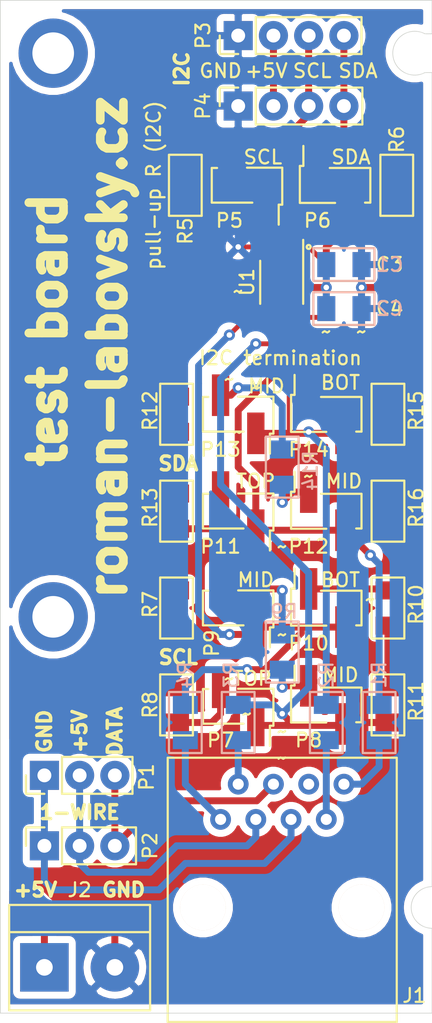
<source format=kicad_pcb>
(kicad_pcb (version 20171130) (host pcbnew "(5.1.6)-1")
  (layers (0 F.Cu signal) (31 B.Cu signal) (34 B.Paste user) (35 F.Paste user) (36 B.SilkS user) (37 F.SilkS user) (38 B.Mask user) (39 F.Mask user) (44 Edge.Cuts user))
  (net 0 "")
  (net 1 GND)
  (net 2 +5V)
  (net 3 /1WIRE_5V)
  (net 4 /DSDA_P_CON)
  (net 5 /DSDA_N_CON)
  (net 6 /DSCL_P_CON)
  (net 7 /1WIRE_GND)
  (net 8 /1WIRE_DATA)
  (net 9 "Net-(J1-Pad6)")
  (net 10 /DSCL_N_CON)
  (net 11 /SDA)
  (net 12 /SCL)
  (net 13 "Net-(P5-Pad2)")
  (net 14 "Net-(P6-Pad2)")
  (net 15 "Net-(P7-Pad2)")
  (net 16 /DSCL_P)
  (net 17 "Net-(P8-Pad1)")
  (net 18 "Net-(P9-Pad2)")
  (net 19 /DSCL_N)
  (net 20 "Net-(P10-Pad1)")
  (net 21 "Net-(P11-Pad2)")
  (net 22 "Net-(P12-Pad1)")
  (net 23 "Net-(P13-Pad2)")
  (net 24 "Net-(P14-Pad1)")
  (net 25 /DSDA_P)
  (net 26 /DSDA_N)
  (net 27 "Net-(R7-Pad2)")
  (net 28 "Net-(R10-Pad2)")
  (net 29 "Net-(R12-Pad2)")
  (net 30 "Net-(R15-Pad2)")
  (net 31 "Net-(U1-Pad3)")
  (module pad_rl:pad_3x5mm (layer F.Cu) (at 118.745 106.045)
    (fp_text reference ~ (at 0 0.5) (layer F.SilkS))
    (fp_text value pad_3x5mm)
    (fp_text user ~ (at 0 0.5) (layer F.SilkS))
    (pad ~ thru_hole circle (at 0 0) (size 5 5) (drill 3) (layers *.Cu *.Mask))
  )
  (module pad_rl:pad_3x5mm (layer F.Cu) (at 118.745 65.405)
    (fp_text reference ~ (at 0 0.5) (layer F.SilkS))
    (fp_text value pad_3x5mm)
    (fp_text user ~ (at 0 0.5) (layer F.SilkS))
    (pad ~ thru_hole circle (at 0 0) (size 5 5) (drill 3) (layers *.Cu *.Mask))
  )
  (module via_pad_rl:via_pad_0.4x0.8mm (layer F.Cu) (at 132.08 89.535)
    (fp_text reference ~ (at 0 3.175) (layer F.SilkS))
    (fp_text value ~)
    (pad ~ thru_hole circle (at 0 0) (size 0.8 0.8) (drill 0.4) (layers *.Cu *.Mask) (net 23 "Net-(P13-Pad2)"))
  )
  (module via_pad_rl:via_pad_0.4x0.8mm (layer F.Cu) (at 132.08 79.375)
    (fp_text reference ~ (at 0 3.175) (layer F.SilkS))
    (fp_text value ~)
    (pad ~ thru_hole circle (at 0 0) (size 0.8 0.8) (drill 0.4) (layers *.Cu *.Mask) (net 1 GND))
  )
  (module via_pad_rl:via_pad_0.4x0.8mm (layer F.Cu) (at 140.97 82.296)
    (fp_text reference ~ (at 0 3.175) (layer F.SilkS))
    (fp_text value ~)
    (pad ~ thru_hole circle (at 0 0) (size 0.8 0.8) (drill 0.4) (layers *.Cu *.Mask) (net 1 GND))
  )
  (module via_pad_rl:via_pad_0.4x0.8mm (layer F.Cu) (at 138.43 82.296)
    (fp_text reference ~ (at 0 3.175) (layer F.SilkS))
    (fp_text value ~)
    (pad ~ thru_hole circle (at 0 0) (size 0.8 0.8) (drill 0.4) (layers *.Cu *.Mask) (net 2 +5V))
  )
  (module via_pad_rl:via_pad_0.4x0.8mm (layer F.Cu) (at 131.445 85.725)
    (fp_text reference ~ (at 0 3.175) (layer F.SilkS))
    (fp_text value ~)
    (pad ~ thru_hole circle (at 0 0) (size 0.8 0.8) (drill 0.4) (layers *.Cu *.Mask) (net 19 /DSCL_N))
  )
  (module via_pad_rl:via_pad_0.4x0.8mm (layer F.Cu) (at 133.35 86.36)
    (fp_text reference ~ (at 0 3.175) (layer F.SilkS))
    (fp_text value ~)
    (pad ~ thru_hole circle (at 0 0) (size 0.8 0.8) (drill 0.4) (layers *.Cu *.Mask) (net 16 /DSCL_P))
  )
  (module via_pad_rl:via_pad_0.4x0.8mm (layer F.Cu) (at 131.445 107.315)
    (fp_text reference ~ (at 0 3.175) (layer F.SilkS))
    (fp_text value ~)
    (pad ~ thru_hole circle (at 0 0) (size 0.8 0.8) (drill 0.4) (layers *.Cu *.Mask) (net 19 /DSCL_N))
  )
  (module via_pad_rl:via_pad_0.4x0.8mm (layer F.Cu) (at 135.255 97.79)
    (fp_text reference ~ (at 0 3.175) (layer F.SilkS))
    (fp_text value ~)
    (pad ~ thru_hole circle (at 0 0) (size 0.8 0.8) (drill 0.4) (layers *.Cu *.Mask) (net 22 "Net-(P12-Pad1)"))
  )
  (module via_pad_rl:via_pad_0.4x0.8mm (layer F.Cu) (at 141.605 101.6)
    (fp_text reference ~ (at 0 3.175) (layer F.SilkS))
    (fp_text value ~)
    (pad ~ thru_hole circle (at 0 0) (size 0.8 0.8) (drill 0.4) (layers *.Cu *.Mask) (net 25 /DSDA_P))
  )
  (module via_pad_rl:via_pad_0.4x0.8mm (layer F.Cu) (at 137.16 92.71)
    (fp_text reference ~ (at 0 3.175) (layer F.SilkS))
    (fp_text value ~)
    (pad ~ thru_hole circle (at 0 0) (size 0.8 0.8) (drill 0.4) (layers *.Cu *.Mask) (net 26 /DSDA_N))
  )
  (module via_pad_rl:via_pad_0.4x0.8mm (layer F.Cu) (at 132.715 109.855)
    (fp_text reference ~ (at 0 3.175) (layer F.SilkS))
    (fp_text value ~)
    (pad ~ thru_hole circle (at 0 0) (size 0.8 0.8) (drill 0.4) (layers *.Cu *.Mask) (net 19 /DSCL_N))
  )
  (module via_pad_rl:via_pad_0.4x0.8mm (layer F.Cu) (at 135.255 113.03)
    (fp_text reference ~ (at 0 3.175) (layer F.SilkS))
    (fp_text value ~)
    (pad ~ thru_hole circle (at 0 0) (size 0.8 0.8) (drill 0.4) (layers *.Cu *.Mask) (net 16 /DSCL_P))
  )
  (module via_pad_rl:via_pad_0.4x0.8mm (layer F.Cu) (at 135.255 104.14)
    (fp_text reference ~ (at 0 3.175) (layer F.SilkS))
    (fp_text value ~)
    (pad ~ thru_hole circle (at 0 0) (size 0.8 0.8) (drill 0.4) (layers *.Cu *.Mask) (net 18 "Net-(P9-Pad2)"))
  )
  (module via_pad_rl:via_pad_0.4x0.8mm (layer F.Cu) (at 135.255 111.125)
    (fp_text reference ~ (at 0 3.175) (layer F.SilkS))
    (fp_text value ~)
    (pad ~ thru_hole circle (at 0 0) (size 0.8 0.8) (drill 0.4) (layers *.Cu *.Mask) (net 17 "Net-(P8-Pad1)"))
  )
  (module package_tssop_rl:tssop_10 (layer F.Cu) (at 135.255 81.915 270)
    (fp_text reference U1 (at 0 2.54 270) (layer F.SilkS) (effects (font (thickness 0.16))))
    (fp_text value PCA9615)
    (pad 10 smd rect (at 2.54 -1 270) (size 1.5 0.35) (layers F.Cu F.Paste F.Mask) (net 2 +5V))
    (pad 9 smd rect (at 2.54 -0.5 270) (size 1.5 0.35) (layers F.Cu F.Paste F.Mask) (net 26 /DSDA_N))
    (pad 8 smd rect (at 2.54 0 270) (size 1.5 0.35) (layers F.Cu F.Paste F.Mask) (net 25 /DSDA_P))
    (pad 7 smd rect (at 2.54 0.5 270) (size 1.5 0.35) (layers F.Cu F.Paste F.Mask) (net 16 /DSCL_P))
    (pad 6 smd rect (at 2.54 1 270) (size 1.5 0.35) (layers F.Cu F.Paste F.Mask) (net 19 /DSCL_N))
    (pad 5 smd rect (at -2.54 1 270) (size 1.5 0.35) (layers F.Cu F.Paste F.Mask) (net 1 GND))
    (pad 4 smd rect (at -2.54 0.5 270) (size 1.5 0.35) (layers F.Cu F.Paste F.Mask) (net 12 /SCL))
    (pad 3 smd rect (at -2.54 0 270) (size 1.5 0.35) (layers F.Cu F.Paste F.Mask) (net 31 "Net-(U1-Pad3)"))
    (pad 1 smd rect (at -2.54 -1 270) (size 1.5 0.35) (layers F.Cu F.Paste F.Mask) (net 2 +5V))
    (pad 2 smd rect (at -2.54 -0.5 270) (size 1.5 0.35) (layers F.Cu F.Paste F.Mask) (net 11 /SDA))
  )
  (module resistor_smd_rl:r_1206 (layer F.Cu) (at 142.875 98.425 270)
    (fp_text reference R16 (at -0.254 -2.032 90) (layer F.SilkS) (effects (font (thickness 0.16))))
    (fp_text value 210R)
    (pad 2 smd trapezoid (at 1.27 0 270) (size 1.3 1.8) (layers F.Cu F.Paste F.Mask) (net 1 GND))
    (pad 1 smd trapezoid (at -1.27 0 270) (size 1.3 1.8) (layers F.Cu F.Paste F.Mask) (net 30 "Net-(R15-Pad2)"))
  )
  (module resistor_smd_rl:r_1206 (layer F.Cu) (at 142.875 91.44 270)
    (fp_text reference R15 (at -0.254 -2.032 90) (layer F.SilkS) (effects (font (thickness 0.16))))
    (fp_text value 390R)
    (pad 2 smd trapezoid (at 1.27 0 270) (size 1.3 1.8) (layers F.Cu F.Paste F.Mask) (net 30 "Net-(R15-Pad2)"))
    (pad 1 smd trapezoid (at -1.27 0 270) (size 1.3 1.8) (layers F.Cu F.Paste F.Mask) (net 24 "Net-(P14-Pad1)"))
  )
  (module resistor_smd_rl:r_1206 (layer B.Cu) (at 135.255 95.25 90)
    (fp_text reference R14 (at -0.254 2.032 -90) (layer B.SilkS) (effects (font (thickness 0.16)) (justify mirror)))
    (fp_text value 100R/120R)
    (pad 2 smd trapezoid (at 1.27 0 90) (size 1.3 1.8) (layers B.Cu B.Paste B.Mask) (net 23 "Net-(P13-Pad2)"))
    (pad 1 smd trapezoid (at -1.27 0 90) (size 1.3 1.8) (layers B.Cu B.Paste B.Mask) (net 22 "Net-(P12-Pad1)"))
  )
  (module resistor_smd_rl:r_1206 (layer F.Cu) (at 127.635 98.425 270)
    (fp_text reference R13 (at -0.254 1.905 90) (layer F.SilkS) (effects (font (thickness 0.16))))
    (fp_text value 390R)
    (pad 2 smd trapezoid (at 1.27 0 270) (size 1.3 1.8) (layers F.Cu F.Paste F.Mask) (net 21 "Net-(P11-Pad2)"))
    (pad 1 smd trapezoid (at -1.27 0 270) (size 1.3 1.8) (layers F.Cu F.Paste F.Mask) (net 29 "Net-(R12-Pad2)"))
  )
  (module resistor_smd_rl:r_1206 (layer F.Cu) (at 127.635 91.44 270)
    (fp_text reference R12 (at -0.254 1.905 90) (layer F.SilkS) (effects (font (thickness 0.16))))
    (fp_text value 210R)
    (pad 2 smd trapezoid (at 1.27 0 270) (size 1.3 1.8) (layers F.Cu F.Paste F.Mask) (net 29 "Net-(R12-Pad2)"))
    (pad 1 smd trapezoid (at -1.27 0 270) (size 1.3 1.8) (layers F.Cu F.Paste F.Mask) (net 2 +5V))
  )
  (module resistor_smd_rl:r_1206 (layer F.Cu) (at 142.875 112.395 270)
    (fp_text reference R11 (at -0.254 -2.032 90) (layer F.SilkS) (effects (font (thickness 0.16))))
    (fp_text value 210R)
    (pad 2 smd trapezoid (at 1.27 0 270) (size 1.3 1.8) (layers F.Cu F.Paste F.Mask) (net 1 GND))
    (pad 1 smd trapezoid (at -1.27 0 270) (size 1.3 1.8) (layers F.Cu F.Paste F.Mask) (net 28 "Net-(R10-Pad2)"))
  )
  (module resistor_smd_rl:r_1206 (layer F.Cu) (at 142.875 105.41 270)
    (fp_text reference R10 (at -0.254 -2.032 90) (layer F.SilkS) (effects (font (thickness 0.16))))
    (fp_text value 390R)
    (pad 2 smd trapezoid (at 1.27 0 270) (size 1.3 1.8) (layers F.Cu F.Paste F.Mask) (net 28 "Net-(R10-Pad2)"))
    (pad 1 smd trapezoid (at -1.27 0 270) (size 1.3 1.8) (layers F.Cu F.Paste F.Mask) (net 20 "Net-(P10-Pad1)"))
  )
  (module resistor_smd_rl:r_1206 (layer B.Cu) (at 135.255 108.585 90)
    (fp_text reference R9 (at 2.921 0.127) (layer B.SilkS) (effects (font (thickness 0.16)) (justify mirror)))
    (fp_text value 100R/120R)
    (pad 2 smd trapezoid (at 1.27 0 90) (size 1.3 1.8) (layers B.Cu B.Paste B.Mask) (net 18 "Net-(P9-Pad2)"))
    (pad 1 smd trapezoid (at -1.27 0 90) (size 1.3 1.8) (layers B.Cu B.Paste B.Mask) (net 17 "Net-(P8-Pad1)"))
  )
  (module resistor_smd_rl:r_1206 (layer F.Cu) (at 127.635 112.395 270)
    (fp_text reference R8 (at 0 1.905 90) (layer F.SilkS) (effects (font (thickness 0.16))))
    (fp_text value 390R)
    (pad 2 smd trapezoid (at 1.27 0 270) (size 1.3 1.8) (layers F.Cu F.Paste F.Mask) (net 15 "Net-(P7-Pad2)"))
    (pad 1 smd trapezoid (at -1.27 0 270) (size 1.3 1.8) (layers F.Cu F.Paste F.Mask) (net 27 "Net-(R7-Pad2)"))
  )
  (module resistor_smd_rl:r_1206 (layer F.Cu) (at 127.635 105.41 270)
    (fp_text reference R7 (at -0.254 1.905 90) (layer F.SilkS) (effects (font (thickness 0.16))))
    (fp_text value 210R)
    (pad 2 smd trapezoid (at 1.27 0 270) (size 1.3 1.8) (layers F.Cu F.Paste F.Mask) (net 27 "Net-(R7-Pad2)"))
    (pad 1 smd trapezoid (at -1.27 0 270) (size 1.3 1.8) (layers F.Cu F.Paste F.Mask) (net 2 +5V))
  )
  (module resistor_smd_rl:r_1206 (layer F.Cu) (at 143.51 74.93 90)
    (fp_text reference R6 (at 3.302 0 90) (layer F.SilkS) (effects (font (thickness 0.16))))
    (fp_text value 4k7)
    (pad 2 smd trapezoid (at 1.27 0 90) (size 1.3 1.8) (layers F.Cu F.Paste F.Mask) (net 14 "Net-(P6-Pad2)"))
    (pad 1 smd trapezoid (at -1.27 0 90) (size 1.3 1.8) (layers F.Cu F.Paste F.Mask) (net 2 +5V))
  )
  (module resistor_smd_rl:r_1206 (layer F.Cu) (at 128.27 74.93 90)
    (fp_text reference R5 (at -3.302 0 90) (layer F.SilkS) (effects (font (thickness 0.16))))
    (fp_text value 4k7)
    (pad 2 smd trapezoid (at 1.27 0 90) (size 1.3 1.8) (layers F.Cu F.Paste F.Mask) (net 13 "Net-(P5-Pad2)"))
    (pad 1 smd trapezoid (at -1.27 0 90) (size 1.3 1.8) (layers F.Cu F.Paste F.Mask) (net 2 +5V))
  )
  (module resistor_smd_rl:r_1206 (layer B.Cu) (at 128.27 113.665 90)
    (fp_text reference R4 (at 3.429 0 270) (layer B.SilkS) (effects (font (thickness 0.16)) (justify mirror)))
    (fp_text value 10R/0.5W)
    (pad 2 smd trapezoid (at 1.27 0 90) (size 1.3 1.8) (layers B.Cu B.Paste B.Mask) (net 19 /DSCL_N))
    (pad 1 smd trapezoid (at -1.27 0 90) (size 1.3 1.8) (layers B.Cu B.Paste B.Mask) (net 10 /DSCL_N_CON))
  )
  (module resistor_smd_rl:r_1206 (layer B.Cu) (at 132.08 113.665 90)
    (fp_text reference R3 (at 3.429 -0.508 270) (layer B.SilkS) (effects (font (thickness 0.16)) (justify mirror)))
    (fp_text value 10R/0.5W)
    (pad 2 smd trapezoid (at 1.27 0 90) (size 1.3 1.8) (layers B.Cu B.Paste B.Mask) (net 16 /DSCL_P))
    (pad 1 smd trapezoid (at -1.27 0 90) (size 1.3 1.8) (layers B.Cu B.Paste B.Mask) (net 6 /DSCL_P_CON))
  )
  (module resistor_smd_rl:r_1206 (layer B.Cu) (at 138.43 113.665 90)
    (fp_text reference R2 (at 3.429 0 270) (layer B.SilkS) (effects (font (thickness 0.16)) (justify mirror)))
    (fp_text value 10R/0.5W)
    (pad 2 smd trapezoid (at 1.27 0 90) (size 1.3 1.8) (layers B.Cu B.Paste B.Mask) (net 26 /DSDA_N))
    (pad 1 smd trapezoid (at -1.27 0 90) (size 1.3 1.8) (layers B.Cu B.Paste B.Mask) (net 5 /DSDA_N_CON))
  )
  (module resistor_smd_rl:r_1206 (layer B.Cu) (at 142.24 113.665 90)
    (fp_text reference R1 (at 3.429 0 270) (layer B.SilkS) (effects (font (thickness 0.16)) (justify mirror)))
    (fp_text value 10R/0.5W)
    (pad 2 smd trapezoid (at 1.27 0 90) (size 1.3 1.8) (layers B.Cu B.Paste B.Mask) (net 25 /DSDA_P))
    (pad 1 smd trapezoid (at -1.27 0 90) (size 1.3 1.8) (layers B.Cu B.Paste B.Mask) (net 4 /DSDA_P_CON))
  )
  (module connector_smd_pinheader_2.54mm_rl:1x2_pinheader_2.54mm_vertical (layer F.Cu) (at 138.43 91.44)
    (fp_text reference P14 (at -1.27 2.54) (layer F.SilkS) (effects (font (thickness 0.16))))
    (fp_text value 1x2_pin_header)
    (pad 2 smd rect (at 1.27 1.375 180) (size 1.25 3) (layers F.Cu F.Paste F.Mask) (net 26 /DSDA_N))
    (pad 1 smd rect (at -1.27 -1.375 180) (size 1.25 3) (layers F.Cu F.Paste F.Mask) (net 24 "Net-(P14-Pad1)"))
  )
  (module connector_smd_pinheader_2.54mm_rl:1x2_pinheader_2.54mm_vertical (layer F.Cu) (at 132.08 91.44 180)
    (fp_text reference P13 (at 1.27 -2.54) (layer F.SilkS) (effects (font (thickness 0.16))))
    (fp_text value 1x2_pin_header)
    (pad 2 smd rect (at 1.27 1.375) (size 1.25 3) (layers F.Cu F.Paste F.Mask) (net 23 "Net-(P13-Pad2)"))
    (pad 1 smd rect (at -1.27 -1.375) (size 1.25 3) (layers F.Cu F.Paste F.Mask) (net 26 /DSDA_N))
  )
  (module connector_smd_pinheader_2.54mm_rl:1x2_pinheader_2.54mm_vertical (layer F.Cu) (at 138.43 98.425)
    (fp_text reference P12 (at -1.27 2.54) (layer F.SilkS) (effects (font (thickness 0.16))))
    (fp_text value 1x2_pin_header)
    (pad 2 smd rect (at 1.27 1.375 180) (size 1.25 3) (layers F.Cu F.Paste F.Mask) (net 25 /DSDA_P))
    (pad 1 smd rect (at -1.27 -1.375 180) (size 1.25 3) (layers F.Cu F.Paste F.Mask) (net 22 "Net-(P12-Pad1)"))
  )
  (module connector_smd_pinheader_2.54mm_rl:1x2_pinheader_2.54mm_vertical (layer F.Cu) (at 132.08 98.425 180)
    (fp_text reference P11 (at 1.27 -2.54) (layer F.SilkS) (effects (font (thickness 0.16))))
    (fp_text value 1x2_pin_header)
    (pad 2 smd rect (at 1.27 1.375) (size 1.25 3) (layers F.Cu F.Paste F.Mask) (net 21 "Net-(P11-Pad2)"))
    (pad 1 smd rect (at -1.27 -1.375) (size 1.25 3) (layers F.Cu F.Paste F.Mask) (net 25 /DSDA_P))
  )
  (module connector_smd_pinheader_2.54mm_rl:1x2_pinheader_2.54mm_vertical (layer F.Cu) (at 138.43 105.41)
    (fp_text reference P10 (at -1.27 2.54) (layer F.SilkS) (effects (font (thickness 0.16))))
    (fp_text value 1x2_pin_header)
    (pad 2 smd rect (at 1.27 1.375 180) (size 1.25 3) (layers F.Cu F.Paste F.Mask) (net 19 /DSCL_N))
    (pad 1 smd rect (at -1.27 -1.375 180) (size 1.25 3) (layers F.Cu F.Paste F.Mask) (net 20 "Net-(P10-Pad1)"))
  )
  (module connector_smd_pinheader_2.54mm_rl:1x2_pinheader_2.54mm_vertical (layer F.Cu) (at 132.08 105.41 180)
    (fp_text reference P9 (at 1.905 -2.54 90) (layer F.SilkS) (effects (font (thickness 0.16))))
    (fp_text value 1x2_pin_header)
    (pad 2 smd rect (at 1.27 1.375) (size 1.25 3) (layers F.Cu F.Paste F.Mask) (net 18 "Net-(P9-Pad2)"))
    (pad 1 smd rect (at -1.27 -1.375) (size 1.25 3) (layers F.Cu F.Paste F.Mask) (net 19 /DSCL_N))
  )
  (module connector_smd_pinheader_2.54mm_rl:1x2_pinheader_2.54mm_vertical (layer F.Cu) (at 138.43 112.395)
    (fp_text reference P8 (at -1.27 2.54) (layer F.SilkS) (effects (font (thickness 0.16))))
    (fp_text value 1x2_pin_header)
    (pad 2 smd rect (at 1.27 1.375 180) (size 1.25 3) (layers F.Cu F.Paste F.Mask) (net 16 /DSCL_P))
    (pad 1 smd rect (at -1.27 -1.375 180) (size 1.25 3) (layers F.Cu F.Paste F.Mask) (net 17 "Net-(P8-Pad1)"))
  )
  (module connector_smd_pinheader_2.54mm_rl:1x2_pinheader_2.54mm_vertical (layer F.Cu) (at 132.08 112.5 180)
    (fp_text reference P7 (at 1.27 -2.435) (layer F.SilkS) (effects (font (thickness 0.16))))
    (fp_text value 1x2_pin_header)
    (pad 2 smd rect (at 1.27 1.375) (size 1.25 3) (layers F.Cu F.Paste F.Mask) (net 15 "Net-(P7-Pad2)"))
    (pad 1 smd rect (at -1.27 -1.375) (size 1.25 3) (layers F.Cu F.Paste F.Mask) (net 16 /DSCL_P))
  )
  (module connector_smd_pinheader_2.54mm_rl:1x2_pinheader_2.54mm_vertical (layer F.Cu) (at 139.065 74.93)
    (fp_text reference P6 (at -1.27 2.54) (layer F.SilkS) (effects (font (thickness 0.16))))
    (fp_text value 1x2_pin_header)
    (pad 2 smd rect (at 1.27 1.375 180) (size 1.25 3) (layers F.Cu F.Paste F.Mask) (net 14 "Net-(P6-Pad2)"))
    (pad 1 smd rect (at -1.27 -1.375 180) (size 1.25 3) (layers F.Cu F.Paste F.Mask) (net 11 /SDA))
  )
  (module connector_smd_pinheader_2.54mm_rl:1x2_pinheader_2.54mm_vertical (layer F.Cu) (at 132.715 74.93 180)
    (fp_text reference P5 (at 1.27 -2.54) (layer F.SilkS) (effects (font (thickness 0.16))))
    (fp_text value 1x2_pin_header)
    (pad 2 smd rect (at 1.27 1.375) (size 1.25 3) (layers F.Cu F.Paste F.Mask) (net 13 "Net-(P5-Pad2)"))
    (pad 1 smd rect (at -1.27 -1.375) (size 1.25 3) (layers F.Cu F.Paste F.Mask) (net 12 /SCL))
  )
  (module connector_tht_pinsocket_2.54mm_rl:1x4_pinsocket_2.54mm_vertical_8.4mm (layer F.Cu) (at 132.08 69.215 90)
    (fp_text reference P4 (at 0 -2.54 90) (layer F.SilkS))
    (fp_text value 1x4_pin_socket)
    (pad 2 thru_hole oval (at 0 2.54 90) (size 2.1 2.1) (drill 1) (layers *.Cu *.Mask) (net 2 +5V))
    (pad 4 thru_hole oval (at 0 7.62 90) (size 2.1 2.1) (drill 1) (layers *.Cu *.Mask) (net 11 /SDA))
    (pad 1 thru_hole rect (at 0 0 90) (size 2.1 2.1) (drill 1) (layers *.Cu *.Mask) (net 1 GND))
    (pad 3 thru_hole oval (at 0 5.08 90) (size 2.1 2.1) (drill 1) (layers *.Cu *.Mask) (net 12 /SCL))
  )
  (module connector_tht_pinheader_2.54mm_rl:1x4_pinheader_2.54mm_vertical (layer F.Cu) (at 132.08 64.135 90)
    (fp_text reference P3 (at 0 -2.54 90) (layer F.SilkS) (effects (font (thickness 0.16))))
    (fp_text value 1x4_pin_header)
    (pad 4 thru_hole oval (at 0 7.62 90) (size 2.1 2.1) (drill 1) (layers *.Cu *.Mask) (net 11 /SDA))
    (pad 3 thru_hole oval (at 0 5.08 90) (size 2.1 2.1) (drill 1) (layers *.Cu *.Mask) (net 12 /SCL))
    (pad 2 thru_hole oval (at 0 2.54 90) (size 2.1 2.1) (drill 1) (layers *.Cu *.Mask) (net 2 +5V))
    (pad 1 thru_hole rect (at 0 0 90) (size 2.1 2.1) (drill 1) (layers *.Cu *.Mask) (net 1 GND))
  )
  (module connector_tht_pinsocket_2.54mm_rl:1x3_pinsocket_2.54mm_vertical_8.4mm (layer F.Cu) (at 118.11 122.555 90)
    (fp_text reference P2 (at 0 7.62 90) (layer F.SilkS))
    (fp_text value 1x3_pin_socket)
    (pad 1 thru_hole rect (at 0 0 90) (size 2.1 2.1) (drill 1) (layers *.Cu *.Mask) (net 7 /1WIRE_GND))
    (pad 3 thru_hole oval (at 0 5.08 90) (size 2.1 2.1) (drill 1) (layers *.Cu *.Mask) (net 8 /1WIRE_DATA))
    (pad 2 thru_hole oval (at 0 2.54 90) (size 2.1 2.1) (drill 1) (layers *.Cu *.Mask) (net 3 /1WIRE_5V))
  )
  (module connector_tht_pinheader_2.54mm_rl:1x3_pinheader_2.54mm_vertical (layer F.Cu) (at 118.11 117.475 90)
    (fp_text reference P1 (at -0.127 7.366 90) (layer F.SilkS) (effects (font (thickness 0.16))))
    (fp_text value 1x3_pin_header)
    (pad 1 thru_hole rect (at 0 0 90) (size 2.1 2.1) (drill 1) (layers *.Cu *.Mask) (net 7 /1WIRE_GND))
    (pad 3 thru_hole oval (at 0 5.08 90) (size 2.1 2.1) (drill 1) (layers *.Cu *.Mask) (net 8 /1WIRE_DATA))
    (pad 2 thru_hole oval (at 0 2.54 90) (size 2.1 2.1) (drill 1) (layers *.Cu *.Mask) (net 3 /1WIRE_5V))
  )
  (module terminal_block_tht_rl:EBBA-02-C-SS-BU (layer F.Cu) (at 120.65 131.318)
    (fp_text reference J2 (at 0 -5.588 180) (layer F.SilkS) (effects (font (thickness 0.16))))
    (fp_text value 1x2_screw_term_block)
    (pad 1 thru_hole rect (at -2.54 0 180) (size 3.5 3.5) (drill 1.2) (layers *.Cu *.Mask) (net 2 +5V))
    (pad 2 thru_hole circle (at 2.54 0 180) (size 3.5 3.5) (drill 1.2) (layers *.Cu *.Mask) (net 1 GND))
  )
  (module connector_rl:rj45_54601-908WPLF (layer F.Cu) (at 135.255 127)
    (fp_text reference J1 (at 9.525 6.35) (layer F.SilkS) (effects (font (thickness 0.16))))
    (fp_text value rj45)
    (pad 3 thru_hole circle (at -1.904 -6.35) (size 1.5 1.5) (drill 0.8) (layers *.Cu *.Mask) (net 3 /1WIRE_5V))
    (pad 8 thru_hole circle (at 4.446 -8.89) (size 1.5 1.5) (drill 0.8) (layers *.Cu *.Mask) (net 4 /DSDA_P_CON))
    (pad "" np_thru_hole circle (at -5.716 0) (size 3.3 3.3) (drill 3.3) (layers *.Cu *.SilkS *.Mask))
    (pad 7 thru_hole circle (at 3.176 -6.35) (size 1.5 1.5) (drill 0.8) (layers *.Cu *.Mask) (net 5 /DSDA_N_CON))
    (pad 2 thru_hole circle (at -3.174 -8.89) (size 1.5 1.5) (drill 0.8) (layers *.Cu *.Mask) (net 6 /DSCL_P_CON))
    (pad 5 thru_hole circle (at 0.636 -6.35) (size 1.5 1.5) (drill 0.8) (layers *.Cu *.Mask) (net 7 /1WIRE_GND))
    (pad 4 thru_hole circle (at -0.634 -8.89) (size 1.5 1.5) (drill 0.8) (layers *.Cu *.Mask) (net 8 /1WIRE_DATA))
    (pad 6 thru_hole circle (at 1.906 -8.89 180) (size 1.5 1.5) (drill 0.8) (layers *.Cu *.Mask) (net 9 "Net-(J1-Pad6)"))
    (pad 1 thru_hole circle (at -4.444 -6.35) (size 1.5 1.5) (drill 0.8) (layers *.Cu *.Mask) (net 10 /DSCL_N_CON))
    (pad "" np_thru_hole circle (at 5.716 0) (size 3.3 3.3) (drill 3.3) (layers *.Cu *.SilkS *.Mask))
  )
  (module capacitor_smd_rl:c_1206 (layer F.Cu) (at 139.7 83.82)
    (fp_text reference C4 (at 3.302 0) (layer F.SilkS) (effects (font (thickness 0.16))))
    (fp_text value 100nF)
    (pad 2 smd trapezoid (at 1.27 0) (size 1.3 1.8) (layers F.Cu F.Paste F.Mask) (net 1 GND))
    (pad 1 smd trapezoid (at -1.27 0) (size 1.3 1.8) (layers F.Cu F.Paste F.Mask) (net 2 +5V))
  )
  (module capacitor_smd_rl:c_1206 (layer F.Cu) (at 139.7 80.645)
    (fp_text reference C3 (at 3.302 0) (layer F.SilkS) (effects (font (thickness 0.16))))
    (fp_text value 1uF)
    (pad 2 smd trapezoid (at 1.27 0) (size 1.3 1.8) (layers F.Cu F.Paste F.Mask) (net 1 GND))
    (pad 1 smd trapezoid (at -1.27 0) (size 1.3 1.8) (layers F.Cu F.Paste F.Mask) (net 2 +5V))
  )
  (module capacitor_smd_rl:c_1206 (layer B.Cu) (at 139.7 83.82)
    (fp_text reference C2 (at 3.302 0) (layer B.SilkS) (effects (font (thickness 0.16)) (justify mirror)))
    (fp_text value 100nF)
    (pad 2 smd trapezoid (at 1.27 0) (size 1.3 1.8) (layers B.Cu B.Paste B.Mask) (net 1 GND))
    (pad 1 smd trapezoid (at -1.27 0) (size 1.3 1.8) (layers B.Cu B.Paste B.Mask) (net 2 +5V))
  )
  (module capacitor_smd_rl:c_1206 (layer B.Cu) (at 139.7 80.645)
    (fp_text reference C1 (at 3.302 0) (layer B.SilkS) (effects (font (thickness 0.16)) (justify mirror)))
    (fp_text value 1uF)
    (pad 2 smd trapezoid (at 1.27 0) (size 1.3 1.8) (layers B.Cu B.Paste B.Mask) (net 1 GND))
    (pad 1 smd trapezoid (at -1.27 0) (size 1.3 1.8) (layers B.Cu B.Paste B.Mask) (net 2 +5V))
  )
  (gr_text "I2C termination" (at 135.128 87.376) (layer F.SilkS) (effects (font (size 1 1) (thickness 0.16))))
  (gr_text SCL (at 133.858 72.898) (layer F.SilkS) (effects (font (size 1 1) (thickness 0.16))))
  (gr_text SDA (at 140.208 72.898) (layer F.SilkS) (effects (font (size 1 1) (thickness 0.16))))
  (gr_text "pull-up R (I2C)" (at 125.984 74.93 90) (layer F.SilkS) (effects (font (size 1 1) (thickness 0.16))))
  (gr_text SDA (at 127.762 94.996) (layer F.SilkS) (effects (font (size 1 1) (thickness 0.25))))
  (gr_text SCL (at 127.762 108.966) (layer F.SilkS) (effects (font (size 1 1) (thickness 0.25))))
  (gr_text TOP (at 133.35 96.266) (layer F.SilkS) (effects (font (size 1 1) (thickness 0.16))))
  (gr_text MID (at 134.112 89.408) (layer F.SilkS) (effects (font (size 1 1) (thickness 0.16))))
  (gr_text BOT (at 139.446 89.154) (layer F.SilkS) (effects (font (size 1 1) (thickness 0.16))))
  (gr_text MID (at 139.7 96.266) (layer F.SilkS) (effects (font (size 1 1) (thickness 0.16))))
  (gr_text TOP (at 133.096 110.49) (layer F.SilkS) (effects (font (size 1 1) (thickness 0.16))))
  (gr_text MID (at 133.35 103.378) (layer F.SilkS) (effects (font (size 1 1) (thickness 0.16))))
  (gr_text MID (at 139.446 110.236) (layer F.SilkS) (effects (font (size 1 1) (thickness 0.16))))
  (gr_text BOT (at 139.446 103.378) (layer F.SilkS) (effects (font (size 1 1) (thickness 0.16))))
  (gr_arc (start 144.804 65.405) (end 145.542 64.008) (angle -235.6927366) (layer Edge.Cuts) (width 0.05))
  (gr_line (start 146.05 64.008) (end 145.542 64.008) (layer Edge.Cuts) (width 0.05))
  (gr_line (start 146.05 66.802) (end 145.542 66.802) (layer Edge.Cuts) (width 0.05))
  (gr_line (start 146.05 61.595) (end 146.05 64.008) (layer Edge.Cuts) (width 0.05))
  (gr_arc (start 146.05 127) (end 146.05 125.5) (angle -180) (layer Edge.Cuts) (width 0.05))
  (gr_text GND (at 123.825 125.73) (layer F.SilkS) (effects (font (size 1 1) (thickness 0.25))))
  (gr_text +5V (at 117.475 125.73) (layer F.SilkS) (effects (font (size 1 1) (thickness 0.25))))
  (gr_text 1-WIRE (at 120.65 120.142) (layer F.SilkS) (effects (font (size 1 1) (thickness 0.25))))
  (gr_text I2C (at 128.016 66.548 90) (layer F.SilkS) (effects (font (size 1 1) (thickness 0.25))))
  (gr_text DATA (at 123.19 114.3 90) (layer F.SilkS) (effects (font (size 1 1) (thickness 0.25))))
  (gr_text +5V (at 120.65 114.3 90) (layer F.SilkS) (effects (font (size 1 1) (thickness 0.25))))
  (gr_text GND (at 118.11 114.3 90) (layer F.SilkS) (effects (font (size 1 1) (thickness 0.25))))
  (gr_text GND (at 130.81 66.675) (layer F.SilkS) (effects (font (size 1 1) (thickness 0.16))))
  (gr_text +5V (at 134.112 66.675) (layer F.SilkS) (effects (font (size 1 1) (thickness 0.16))))
  (gr_text SCL (at 137.414 66.675) (layer F.SilkS) (effects (font (size 1 1) (thickness 0.16))))
  (gr_text SDA (at 140.716 66.675) (layer F.SilkS) (effects (font (size 1 1) (thickness 0.16))))
  (gr_text "test board" (at 118.364 85.344 90) (layer F.SilkS) (effects (font (size 2.5 2.5) (thickness 0.625))))
  (gr_text roman-labovsky.cz (at 122.682 86.614 90) (layer F.SilkS) (effects (font (size 2.5 2.5) (thickness 0.625))))
  (gr_line (start 114.935 61.595) (end 123.825 61.595) (layer Edge.Cuts) (width 0.05))
  (gr_line (start 114.935 63.5) (end 114.935 61.595) (layer Edge.Cuts) (width 0.05))
  (gr_line (start 114.935 98.425) (end 114.935 63.5) (layer Edge.Cuts) (width 0.05))
  (gr_line (start 114.935 134.62) (end 114.935 98.425) (layer Edge.Cuts) (width 0.05))
  (gr_line (start 146.05 61.595) (end 123.825 61.595) (layer Edge.Cuts) (width 0.05))
  (gr_line (start 146.05 125.5) (end 146.05 66.802) (layer Edge.Cuts) (width 0.05))
  (gr_line (start 146.05 134.62) (end 146.05 128.5) (layer Edge.Cuts) (width 0.05))
  (gr_line (start 114.935 134.62) (end 146.05 134.62) (layer Edge.Cuts) (width 0.05))
  (segment (start 140.97 80.645) (end 140.97 83.82) (width 0.5) (layer F.Cu) (net 1))
  (segment (start 140.97 83.82) (end 140.97 80.645) (width 0.5) (layer B.Cu) (net 1))
  (segment (start 123.19 130.175) (end 123.19 128.905) (width 0.5) (layer F.Cu) (net 1))
  (segment (start 143.891 82.296) (end 140.97 82.296) (width 0.5) (layer F.Cu) (net 1))
  (segment (start 123.19 127) (end 127 123.19) (width 0.5) (layer F.Cu) (net 1))
  (segment (start 123.19 130.175) (end 123.19 127) (width 0.5) (layer F.Cu) (net 1))
  (segment (start 127 123.19) (end 140.97 123.19) (width 0.5) (layer F.Cu) (net 1))
  (segment (start 144.78 83.185) (end 143.891 82.296) (width 0.5) (layer F.Cu) (net 1))
  (segment (start 140.97 123.19) (end 144.78 119.38) (width 0.5) (layer F.Cu) (net 1))
  (segment (start 142.875 99.695) (end 144.78 99.695) (width 0.5) (layer F.Cu) (net 1))
  (segment (start 144.78 99.695) (end 144.78 83.185) (width 0.5) (layer F.Cu) (net 1))
  (segment (start 142.875 113.665) (end 144.78 113.665) (width 0.5) (layer F.Cu) (net 1))
  (segment (start 144.78 119.38) (end 144.78 113.665) (width 0.5) (layer F.Cu) (net 1))
  (segment (start 144.78 113.665) (end 144.78 99.695) (width 0.5) (layer F.Cu) (net 1))
  (segment (start 134.255 79.375) (end 132.08 79.375) (width 0.35) (layer F.Cu) (net 1))
  (segment (start 140.335 78.74) (end 140.97 79.375) (width 0.5) (layer B.Cu) (net 1))
  (segment (start 140.97 79.375) (end 140.97 80.645) (width 0.5) (layer B.Cu) (net 1))
  (segment (start 132.08 64.135) (end 132.08 69.215) (width 0.5) (layer B.Cu) (net 1))
  (segment (start 132.715 78.74) (end 133.096 78.74) (width 0.5) (layer B.Cu) (net 1))
  (segment (start 133.096 78.74) (end 140.335 78.74) (width 0.5) (layer B.Cu) (net 1))
  (segment (start 133.096 78.74) (end 132.334 78.74) (width 0.5) (layer B.Cu) (net 1))
  (segment (start 132.08 69.215) (end 132.08 78.486) (width 0.5) (layer B.Cu) (net 1))
  (segment (start 132.08 78.486) (end 132.08 79.375) (width 0.5) (layer B.Cu) (net 1))
  (segment (start 118.11 130.175) (end 118.11 127.635) (width 0.5) (layer F.Cu) (net 2))
  (segment (start 138.43 80.645) (end 138.43 83.82) (width 0.5) (layer F.Cu) (net 2))
  (segment (start 137.16 79.375) (end 138.43 80.645) (width 0.35) (layer F.Cu) (net 2))
  (segment (start 136.255 79.375) (end 137.16 79.375) (width 0.35) (layer F.Cu) (net 2))
  (segment (start 137.795 84.455) (end 138.43 83.82) (width 0.25) (layer F.Cu) (net 2))
  (segment (start 136.255 84.455) (end 137.795 84.455) (width 0.35) (layer F.Cu) (net 2))
  (segment (start 138.43 83.82) (end 138.43 80.645) (width 0.5) (layer B.Cu) (net 2))
  (segment (start 128.27 76.2) (end 128.27 81.915) (width 0.5) (layer F.Cu) (net 2))
  (segment (start 143.51 76.2) (end 143.51 77.47) (width 0.5) (layer F.Cu) (net 2))
  (segment (start 143.51 77.47) (end 142.24 78.74) (width 0.5) (layer F.Cu) (net 2))
  (segment (start 142.24 78.74) (end 139.065 78.74) (width 0.5) (layer F.Cu) (net 2))
  (segment (start 138.43 79.375) (end 138.43 80.645) (width 0.5) (layer F.Cu) (net 2))
  (segment (start 139.065 78.74) (end 138.43 79.375) (width 0.5) (layer F.Cu) (net 2))
  (segment (start 118.11 127.635) (end 118.11 127) (width 0.5) (layer F.Cu) (net 2))
  (segment (start 118.11 127) (end 116.205 125.095) (width 0.5) (layer F.Cu) (net 2))
  (segment (start 116.205 125.095) (end 116.205 116.469998) (width 0.5) (layer F.Cu) (net 2))
  (segment (start 116.205 116.469998) (end 116.205 115.57) (width 0.5) (layer F.Cu) (net 2))
  (segment (start 116.205 115.57) (end 124.46 107.315) (width 0.5) (layer F.Cu) (net 2))
  (segment (start 127.635 104.14) (end 124.46 104.14) (width 0.5) (layer F.Cu) (net 2))
  (segment (start 124.46 107.315) (end 124.46 104.14) (width 0.5) (layer F.Cu) (net 2))
  (segment (start 127.635 90.17) (end 124.46 90.17) (width 0.5) (layer F.Cu) (net 2))
  (segment (start 124.46 104.14) (end 124.46 90.17) (width 0.5) (layer F.Cu) (net 2))
  (segment (start 124.46 90.17) (end 124.46 85.725) (width 0.5) (layer F.Cu) (net 2))
  (segment (start 125.73 66.675) (end 134.62 66.675) (width 0.5) (layer F.Cu) (net 2))
  (segment (start 124.46 67.945) (end 125.73 66.675) (width 0.5) (layer F.Cu) (net 2))
  (segment (start 134.62 64.135) (end 134.62 66.675) (width 0.5) (layer F.Cu) (net 2))
  (segment (start 134.62 66.675) (end 134.62 69.215) (width 0.5) (layer F.Cu) (net 2))
  (segment (start 129.159 82.296) (end 138.43 82.296) (width 0.5) (layer F.Cu) (net 2))
  (segment (start 124.46 81.915) (end 124.46 67.945) (width 0.5) (layer F.Cu) (net 2))
  (segment (start 128.27 81.915) (end 128.27 82.296) (width 0.5) (layer F.Cu) (net 2))
  (segment (start 127.889 82.296) (end 128.27 82.296) (width 0.5) (layer F.Cu) (net 2))
  (segment (start 128.27 82.296) (end 129.159 82.296) (width 0.5) (layer F.Cu) (net 2))
  (segment (start 129.159 82.296) (end 124.714 82.296) (width 0.5) (layer F.Cu) (net 2))
  (segment (start 124.46 85.725) (end 124.46 82.55) (width 0.5) (layer F.Cu) (net 2))
  (segment (start 124.46 82.55) (end 124.46 82.042) (width 0.5) (layer F.Cu) (net 2))
  (segment (start 124.714 82.296) (end 124.46 82.042) (width 0.5) (layer F.Cu) (net 2))
  (segment (start 124.46 82.042) (end 124.46 81.915) (width 0.5) (layer F.Cu) (net 2))
  (segment (start 133.351 120.65) (end 133.351 121.919) (width 0.5) (layer B.Cu) (net 3))
  (segment (start 133.351 121.919) (end 132.715 122.555) (width 0.5) (layer B.Cu) (net 3))
  (segment (start 132.715 122.555) (end 127.635 122.555) (width 0.5) (layer B.Cu) (net 3))
  (segment (start 120.65 122.555) (end 120.65 123.825) (width 0.5) (layer B.Cu) (net 3))
  (segment (start 120.65 123.825) (end 121.285 124.46) (width 0.5) (layer B.Cu) (net 3))
  (segment (start 125.73 124.46) (end 127.635 122.555) (width 0.5) (layer B.Cu) (net 3))
  (segment (start 121.285 124.46) (end 125.73 124.46) (width 0.5) (layer B.Cu) (net 3))
  (segment (start 120.65 122.555) (end 120.65 117.475) (width 0.5) (layer B.Cu) (net 3))
  (segment (start 139.701 118.11) (end 140.97 118.11) (width 0.5) (layer B.Cu) (net 4))
  (segment (start 142.24 116.84) (end 142.24 114.935) (width 0.5) (layer B.Cu) (net 4))
  (segment (start 140.97 118.11) (end 142.24 116.84) (width 0.5) (layer B.Cu) (net 4))
  (segment (start 138.43 120.649) (end 138.431 120.65) (width 0.5) (layer F.Cu) (net 5))
  (segment (start 138.43 120.649) (end 138.431 120.65) (width 0.5) (layer B.Cu) (net 5))
  (segment (start 138.43 114.935) (end 138.43 120.649) (width 0.5) (layer B.Cu) (net 5))
  (segment (start 132.08 118.109) (end 132.081 118.11) (width 0.5) (layer F.Cu) (net 6))
  (segment (start 132.08 118.109) (end 132.081 118.11) (width 0.5) (layer B.Cu) (net 6))
  (segment (start 132.08 114.935) (end 132.08 118.109) (width 0.5) (layer B.Cu) (net 6))
  (segment (start 135.891 120.65) (end 135.891 121.919) (width 0.5) (layer B.Cu) (net 7))
  (segment (start 135.891 121.919) (end 133.985 123.825) (width 0.5) (layer B.Cu) (net 7))
  (segment (start 133.985 123.825) (end 128.27 123.825) (width 0.5) (layer B.Cu) (net 7))
  (segment (start 128.27 123.825) (end 126.365 125.73) (width 0.5) (layer B.Cu) (net 7))
  (segment (start 126.365 125.73) (end 118.745 125.73) (width 0.5) (layer B.Cu) (net 7))
  (segment (start 118.11 125.095) (end 118.11 122.555) (width 0.5) (layer B.Cu) (net 7))
  (segment (start 118.745 125.73) (end 118.11 125.095) (width 0.5) (layer B.Cu) (net 7))
  (segment (start 118.11 122.555) (end 118.11 117.475) (width 0.5) (layer B.Cu) (net 7))
  (segment (start 126.434999 119.310001) (end 123.19 122.555) (width 0.5) (layer F.Cu) (net 8))
  (segment (start 133.420999 119.310001) (end 126.434999 119.310001) (width 0.5) (layer F.Cu) (net 8))
  (segment (start 134.621 118.11) (end 133.420999 119.310001) (width 0.5) (layer F.Cu) (net 8))
  (segment (start 123.19 122.555) (end 123.19 117.475) (width 0.5) (layer F.Cu) (net 8))
  (segment (start 128.27 118.109) (end 130.811 120.65) (width 0.5) (layer B.Cu) (net 10))
  (segment (start 128.27 114.935) (end 128.27 118.109) (width 0.5) (layer B.Cu) (net 10))
  (segment (start 135.755 79.375) (end 135.755 77.605) (width 0.35) (layer F.Cu) (net 11))
  (segment (start 137.795 75.565) (end 137.795 73.555) (width 0.35) (layer F.Cu) (net 11))
  (segment (start 135.755 77.605) (end 137.795 75.565) (width 0.35) (layer F.Cu) (net 11))
  (segment (start 137.795 73.555) (end 137.795 73.025) (width 0.5) (layer F.Cu) (net 11))
  (segment (start 139.7 71.12) (end 139.7 69.215) (width 0.5) (layer F.Cu) (net 11))
  (segment (start 137.795 73.025) (end 139.7 71.12) (width 0.5) (layer F.Cu) (net 11))
  (segment (start 139.7 69.215) (end 139.7 64.135) (width 0.5) (layer F.Cu) (net 11))
  (segment (start 134.755 77.075) (end 133.985 76.305) (width 0.35) (layer F.Cu) (net 12))
  (segment (start 134.755 79.375) (end 134.755 77.075) (width 0.35) (layer F.Cu) (net 12))
  (segment (start 137.16 64.135) (end 137.16 69.215) (width 0.5) (layer F.Cu) (net 12))
  (segment (start 137.16 69.85) (end 137.16 69.215) (width 0.5) (layer F.Cu) (net 12))
  (segment (start 133.985 76.305) (end 133.985 73.025) (width 0.5) (layer F.Cu) (net 12))
  (segment (start 133.985 73.025) (end 137.16 69.85) (width 0.5) (layer F.Cu) (net 12))
  (segment (start 128.375 73.555) (end 128.27 73.66) (width 0.5) (layer F.Cu) (net 13))
  (segment (start 131.445 73.555) (end 128.375 73.555) (width 0.5) (layer F.Cu) (net 13))
  (segment (start 140.335 76.305) (end 140.335 74.295) (width 0.5) (layer F.Cu) (net 14))
  (segment (start 140.97 73.66) (end 143.51 73.66) (width 0.5) (layer F.Cu) (net 14))
  (segment (start 140.335 74.295) (end 140.97 73.66) (width 0.5) (layer F.Cu) (net 14))
  (segment (start 130.81 111.125) (end 130.81 113.03) (width 0.5) (layer F.Cu) (net 15))
  (segment (start 130.175 113.665) (end 127.635 113.665) (width 0.5) (layer F.Cu) (net 15))
  (segment (start 130.81 113.03) (end 130.175 113.665) (width 0.5) (layer F.Cu) (net 15))
  (segment (start 139.595 113.875) (end 139.7 113.77) (width 0.5) (layer F.Cu) (net 16))
  (segment (start 135.68 113.875) (end 135.68 113.455) (width 0.5) (layer F.Cu) (net 16))
  (segment (start 135.68 113.875) (end 139.595 113.875) (width 0.5) (layer F.Cu) (net 16))
  (segment (start 133.35 113.875) (end 135.68 113.875) (width 0.5) (layer F.Cu) (net 16))
  (segment (start 135.68 113.455) (end 135.255 113.03) (width 0.5) (layer F.Cu) (net 16))
  (segment (start 134.62 112.395) (end 135.255 113.03) (width 0.5) (layer B.Cu) (net 16))
  (segment (start 132.08 112.395) (end 134.62 112.395) (width 0.5) (layer B.Cu) (net 16))
  (segment (start 137.16 111.125) (end 137.16 102.87) (width 0.5) (layer B.Cu) (net 16))
  (segment (start 135.255 113.03) (end 137.16 111.125) (width 0.5) (layer B.Cu) (net 16))
  (segment (start 137.16 102.87) (end 130.81 96.52) (width 0.5) (layer B.Cu) (net 16))
  (segment (start 133.35 86.36) (end 134.382 86.36) (width 0.35) (layer F.Cu) (net 16))
  (segment (start 134.755 84.455) (end 134.755 85.987) (width 0.35) (layer F.Cu) (net 16))
  (segment (start 134.382 86.36) (end 134.755 85.987) (width 0.35) (layer F.Cu) (net 16))
  (segment (start 130.81 88.9) (end 133.35 86.36) (width 0.5) (layer B.Cu) (net 16))
  (segment (start 130.81 89.916) (end 130.81 96.52) (width 0.5) (layer B.Cu) (net 16))
  (segment (start 130.81 89.916) (end 130.81 88.9) (width 0.5) (layer B.Cu) (net 16))
  (segment (start 130.81 89.535) (end 130.81 89.916) (width 0.5) (layer B.Cu) (net 16))
  (segment (start 137.16 111.02) (end 135.36 111.02) (width 0.5) (layer F.Cu) (net 17))
  (segment (start 135.36 111.02) (end 135.255 111.125) (width 0.5) (layer F.Cu) (net 17))
  (segment (start 135.255 109.855) (end 135.255 111.125) (width 0.5) (layer B.Cu) (net 17))
  (segment (start 135.15 104.035) (end 135.255 104.14) (width 0.5) (layer F.Cu) (net 18))
  (segment (start 130.81 104.035) (end 135.15 104.035) (width 0.5) (layer F.Cu) (net 18))
  (segment (start 135.255 104.14) (end 135.255 107.315) (width 0.5) (layer B.Cu) (net 18))
  (segment (start 136.63 106.785) (end 139.7 106.785) (width 0.5) (layer F.Cu) (net 19))
  (segment (start 133.35 106.785) (end 136.63 106.785) (width 0.5) (layer F.Cu) (net 19))
  (segment (start 132.715 109.855) (end 133.985 109.855) (width 0.5) (layer F.Cu) (net 19))
  (segment (start 136.63 107.21) (end 136.63 106.785) (width 0.5) (layer F.Cu) (net 19))
  (segment (start 133.985 109.855) (end 136.63 107.21) (width 0.5) (layer F.Cu) (net 19))
  (segment (start 129.54 109.855) (end 128.27 111.125) (width 0.5) (layer B.Cu) (net 19))
  (segment (start 132.715 109.855) (end 129.54 109.855) (width 0.5) (layer B.Cu) (net 19))
  (segment (start 128.27 112.395) (end 128.27 111.125) (width 0.5) (layer B.Cu) (net 19))
  (segment (start 132.82 107.315) (end 133.35 106.785) (width 0.5) (layer F.Cu) (net 19))
  (segment (start 131.445 107.315) (end 132.82 107.315) (width 0.5) (layer F.Cu) (net 19))
  (segment (start 134.255 84.455) (end 133.35 84.455) (width 0.35) (layer F.Cu) (net 19))
  (segment (start 130.81 107.315) (end 131.445 107.315) (width 0.5) (layer B.Cu) (net 19))
  (segment (start 129.2225 105.7275) (end 130.81 107.315) (width 0.5) (layer B.Cu) (net 19))
  (segment (start 129.2225 89.2175) (end 129.2225 105.7275) (width 0.5) (layer B.Cu) (net 19))
  (segment (start 132.715 84.455) (end 131.445 85.725) (width 0.35) (layer F.Cu) (net 19))
  (segment (start 133.35 84.455) (end 132.715 84.455) (width 0.35) (layer F.Cu) (net 19))
  (segment (start 129.2225 87.9475) (end 131.445 85.725) (width 0.5) (layer B.Cu) (net 19))
  (segment (start 129.2225 89.2175) (end 129.2225 87.9475) (width 0.5) (layer B.Cu) (net 19))
  (segment (start 142.77 104.035) (end 142.875 104.14) (width 0.5) (layer F.Cu) (net 20))
  (segment (start 137.16 104.035) (end 142.77 104.035) (width 0.5) (layer F.Cu) (net 20))
  (segment (start 127.635 99.695) (end 130.175 99.695) (width 0.5) (layer F.Cu) (net 21))
  (segment (start 130.81 99.06) (end 130.81 97.05) (width 0.5) (layer F.Cu) (net 21))
  (segment (start 130.175 99.695) (end 130.81 99.06) (width 0.5) (layer F.Cu) (net 21))
  (segment (start 137.16 97.05) (end 135.995 97.05) (width 0.5) (layer F.Cu) (net 22))
  (segment (start 135.995 97.05) (end 135.255 97.79) (width 0.5) (layer F.Cu) (net 22))
  (segment (start 135.255 96.52) (end 135.255 97.79) (width 0.5) (layer B.Cu) (net 22))
  (segment (start 134.62 90.17) (end 135.255 90.805) (width 0.5) (layer B.Cu) (net 23))
  (segment (start 135.255 93.98) (end 135.255 90.805) (width 0.5) (layer B.Cu) (net 23))
  (segment (start 130.81 90.065) (end 131.55 90.065) (width 0.5) (layer F.Cu) (net 23))
  (segment (start 131.55 90.065) (end 132.08 89.535) (width 0.5) (layer F.Cu) (net 23))
  (segment (start 133.985 89.535) (end 134.62 90.17) (width 0.5) (layer B.Cu) (net 23))
  (segment (start 132.08 89.535) (end 133.985 89.535) (width 0.5) (layer B.Cu) (net 23))
  (segment (start 142.77 90.065) (end 142.875 90.17) (width 0.5) (layer F.Cu) (net 24))
  (segment (start 137.16 90.065) (end 142.77 90.065) (width 0.5) (layer F.Cu) (net 24))
  (segment (start 142.24 112.395) (end 142.24 102.235) (width 0.5) (layer B.Cu) (net 25))
  (segment (start 142.24 102.235) (end 141.605 101.6) (width 0.5) (layer B.Cu) (net 25))
  (segment (start 133.35 99.8) (end 139.7 99.8) (width 0.5) (layer F.Cu) (net 25))
  (segment (start 139.805 99.8) (end 141.605 101.6) (width 0.5) (layer F.Cu) (net 25))
  (segment (start 139.7 99.8) (end 139.805 99.8) (width 0.5) (layer F.Cu) (net 25))
  (segment (start 135.255 84.455) (end 135.255 86.995) (width 0.35) (layer F.Cu) (net 25))
  (segment (start 132.08 91.149998) (end 133.6675 89.562498) (width 0.5) (layer F.Cu) (net 25))
  (segment (start 132.08 95.25) (end 132.08 91.149998) (width 0.5) (layer F.Cu) (net 25))
  (segment (start 133.35 96.52) (end 132.08 95.25) (width 0.5) (layer F.Cu) (net 25))
  (segment (start 133.35 99.8) (end 133.35 96.52) (width 0.5) (layer F.Cu) (net 25))
  (segment (start 135.255 86.995) (end 135.255 87.974998) (width 0.35) (layer F.Cu) (net 25))
  (segment (start 133.6675 89.562498) (end 135.109999 88.119999) (width 0.5) (layer F.Cu) (net 25))
  (segment (start 135.255 87.974998) (end 135.109999 88.119999) (width 0.35) (layer F.Cu) (net 25))
  (segment (start 138.43 112.395) (end 138.43 93.98) (width 0.5) (layer B.Cu) (net 26))
  (segment (start 138.43 93.98) (end 137.16 92.71) (width 0.5) (layer B.Cu) (net 26))
  (segment (start 135.755 92.785) (end 135.785 92.815) (width 0.25) (layer F.Cu) (net 26))
  (segment (start 133.35 92.815) (end 135.785 92.815) (width 0.5) (layer F.Cu) (net 26))
  (segment (start 135.755 84.455) (end 135.755 92.785) (width 0.35) (layer F.Cu) (net 26))
  (segment (start 135.785 92.815) (end 139.7 92.815) (width 0.5) (layer F.Cu) (net 26))
  (segment (start 127.635 111.125) (end 127.635 106.68) (width 0.5) (layer F.Cu) (net 27))
  (segment (start 142.875 111.125) (end 142.875 106.68) (width 0.5) (layer F.Cu) (net 28))
  (segment (start 127.635 97.155) (end 127.635 92.71) (width 0.5) (layer F.Cu) (net 29))
  (segment (start 142.875 97.155) (end 142.875 92.71) (width 0.5) (layer F.Cu) (net 30))
  (zone (net 1) (net_name GND) (layer F.Cu) (connect_pads (clearance 0.508)) (min_thickness 0.254) (fill yes (arc_segments 32) (thermal_gap 0.508) (thermal_bridge_width 0.508))
    (polygon (pts (xy 145.415 133.985) (xy 115.57 133.985) (xy 115.57 62.23) (xy 145.415 62.23)))
  )
  (zone (net 1) (net_name GND) (layer B.Cu) (connect_pads (clearance 0.508)) (min_thickness 0.254) (fill yes (arc_segments 32) (thermal_gap 0.508) (thermal_bridge_width 0.508))
    (polygon (pts (xy 145.415 133.985) (xy 115.57 133.985) (xy 115.57 62.23) (xy 145.415 62.23)))
  )
)
</source>
